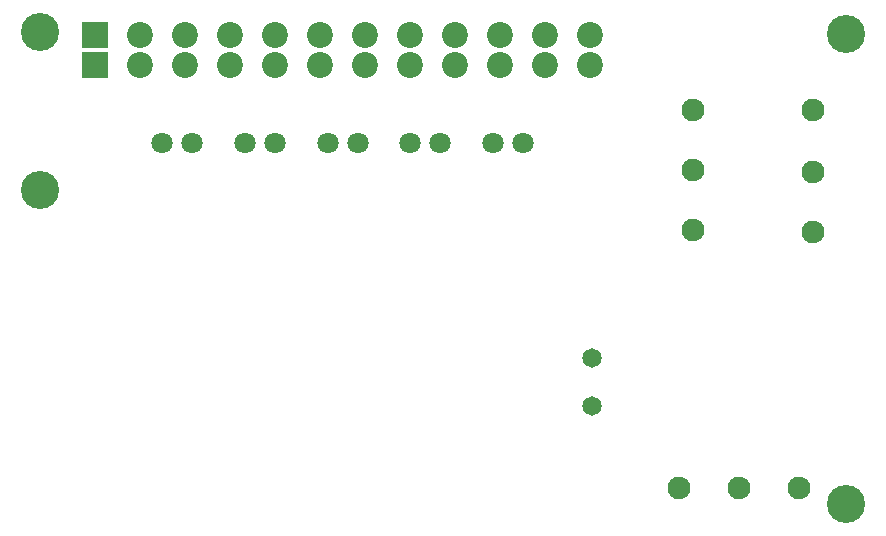
<source format=gts>
G04*
G04 #@! TF.GenerationSoftware,Altium Limited,Altium Designer,23.1.1 (15)*
G04*
G04 Layer_Color=8388736*
%FSLAX44Y44*%
%MOMM*%
G71*
G04*
G04 #@! TF.SameCoordinates,DA8C0BEE-71F1-460D-B415-3B7703EDD080*
G04*
G04*
G04 #@! TF.FilePolarity,Negative*
G04*
G01*
G75*
%ADD13C,3.2300*%
%ADD14C,2.2000*%
%ADD15R,2.2000X2.2000*%
%ADD16R,0.1000X0.1000*%
%ADD17C,1.8000*%
%ADD18C,1.9300*%
%ADD19C,1.6540*%
D13*
X969000Y838000D02*
D03*
Y1236000D02*
D03*
X287000Y1238000D02*
D03*
Y1104000D02*
D03*
D14*
X637800Y1210000D02*
D03*
X675900D02*
D03*
X714000D02*
D03*
X752100D02*
D03*
X485400D02*
D03*
X523500D02*
D03*
X561600D02*
D03*
X599700D02*
D03*
X371100D02*
D03*
X409200D02*
D03*
X447300D02*
D03*
X637800Y1235400D02*
D03*
X675900D02*
D03*
X714000D02*
D03*
X752100D02*
D03*
X485400D02*
D03*
X523500D02*
D03*
X561600D02*
D03*
X599700D02*
D03*
X371100D02*
D03*
X409200D02*
D03*
X447300D02*
D03*
D15*
X333000Y1210000D02*
D03*
Y1235400D02*
D03*
D16*
X717909Y1143980D02*
D03*
X367909D02*
D03*
D17*
X390000Y1144000D02*
D03*
X415935D02*
D03*
X460338D02*
D03*
X485534D02*
D03*
X530401D02*
D03*
X555774D02*
D03*
X600019D02*
D03*
X625705D02*
D03*
X670127D02*
D03*
X695525D02*
D03*
D18*
X941000Y1171600D02*
D03*
Y1119000D02*
D03*
Y1068200D02*
D03*
X840000Y1120800D02*
D03*
Y1171600D02*
D03*
Y1070000D02*
D03*
X879000Y852000D02*
D03*
X929800D02*
D03*
X828200D02*
D03*
D19*
X754000Y962000D02*
D03*
Y921360D02*
D03*
M02*

</source>
